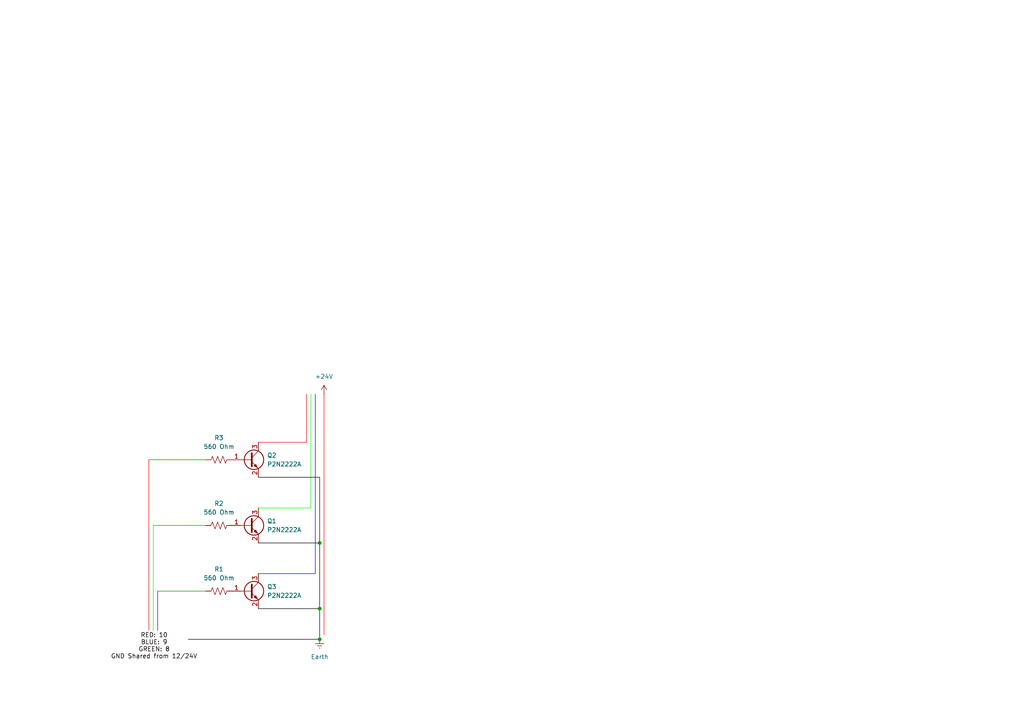
<source format=kicad_sch>
(kicad_sch (version 20250114) (generator "eeschema") (generator_version "9.0")
  (paper "A4")
  (lib_symbols
    (symbol "Device:R_US" (pin_numbers (hide yes)) (pin_names (offset 0))
      (property "Reference" "R" (at 2.54 0 90))
      (property "Value" "R_US" (at -2.54 0 90))
      (symbol "R_US_0_1"
        (polyline (pts (xy 0 2.286) (xy 0 2.54)))
        (polyline (pts (xy 0 2.286) (xy 1.016 1.905) (xy 0 1.524) (xy -1.016 1.143) (xy 0 0.762)))
        (polyline (pts (xy 0 0.762) (xy 1.016 0.381) (xy 0 0) (xy -1.016 -0.381) (xy 0 -0.762)))
        (polyline (pts (xy 0 -0.762) (xy 1.016 -1.143) (xy 0 -1.524) (xy -1.016 -1.905) (xy 0 -2.286)))
        (polyline (pts (xy 0 -2.286) (xy 0 -2.54)))
      )
      (symbol "R_US_1_1"
        (pin passive line (at 0 3.81 270) (length 1.27) (name "~") (number "1"))
        (pin passive line (at 0 -3.81 90) (length 1.27) (name "~") (number "2"))
      )
    )
    (symbol "Transistor_BJT:PMBT2222A" (pin_names (offset 0) (hide yes))
      (property "Reference" "Q" (at 5.08 1.905 0))
      (property "Value" "PMBT2222A" (at 5.08 0 0))
      (symbol "PMBT2222A_0_1"
        (polyline (pts (xy -2.54 0) (xy 0.635 0)))
        (polyline (pts (xy 0.635 1.905) (xy 0.635 -1.905)) (stroke (width 0.508)))
        (circle (center 1.27 0) (radius 2.8194) (stroke (width 0.254)))
      )
      (symbol "PMBT2222A_1_1"
        (polyline (pts (xy 0.635 0.635) (xy 2.54 2.54)))
        (polyline (pts (xy 0.635 -0.635) (xy 2.54 -2.54)))
        (polyline (pts (xy 1.27 -1.778) (xy 1.778 -1.27) (xy 2.286 -2.286) (xy 1.27 -1.778)) (fill (type outline)))
        (pin input line (at -5.08 0 0) (length 2.54) (name "B") (number "1"))
        (pin passive line (at 2.54 5.08 270) (length 2.54) (name "C") (number "3"))
        (pin passive line (at 2.54 -5.08 90) (length 2.54) (name "E") (number "2"))
      )
    )
    (symbol "power:+24V" (power) (pin_numbers (hide yes)) (pin_names (offset 0) (hide yes))
      (property "Value" "+24V" (at 0 3.556 0))
      (symbol "+24V_0_1"
        (polyline (pts (xy -0.762 1.27) (xy 0 2.54)))
        (polyline (pts (xy 0 2.54) (xy 0.762 1.27)))
        (polyline (pts (xy 0 0) (xy 0 2.54)))
      )
      (symbol "+24V_1_1"
        (pin power_in line (at 0 0 90) (length 0) (name "~") (number "1"))
      )
    )
    (symbol "power:Earth" (power) (pin_numbers (hide yes)) (pin_names (offset 0) (hide yes))
      (property "Value" "Earth" (at 0 -3.81 0))
      (symbol "Earth_0_1"
        (polyline (pts (xy -0.635 -1.905) (xy 0.635 -1.905)))
        (polyline (pts (xy -0.127 -2.54) (xy 0.127 -2.54)))
        (polyline (pts (xy 0 -1.27) (xy 0 0)))
        (polyline (pts (xy 1.27 -1.27) (xy -1.27 -1.27)))
      )
      (symbol "Earth_1_1"
        (pin power_in line (at 0 0 270) (length 0) (name "~") (number "1"))
      )
    )
  )
  (text "RED: 10\nBLUE: 9\nGREEN: 8\nGND Shared from 12/24V" (at 44.704 187.452 0) (effects (font (size 1.27 1.27))))
  (junction (at 92.71 185.42))
  (junction (at 92.71 176.53))
  (junction (at 92.71 157.48))
  (wire (pts (xy 54.61 185.42) (xy 92.71 185.42)) (stroke (width 0) (color 1 1 1 1)))
  (wire (pts (xy 43.18 133.35) (xy 59.69 133.35)))
  (wire (pts (xy 92.71 185.42) (xy 92.71 176.53)) (stroke (width 0) (color 1 1 1 1)))
  (wire (pts (xy 92.71 157.48) (xy 74.93 157.48)) (stroke (width 0) (color 1 1 1 1)))
  (wire (pts (xy 91.44 114.3) (xy 91.44 166.37)) (stroke (width 0) (color 0 0 255 1)))
  (wire (pts (xy 44.45 152.4) (xy 44.45 182.88)) (stroke (width 0) (color 0 255 0 1)))
  (wire (pts (xy 92.71 138.43) (xy 74.93 138.43)) (stroke (width 0) (color 1 1 1 1)))
  (wire (pts (xy 93.98 114.3) (xy 93.98 184.15)) (stroke (width 0) (color 255 0 0 1)))
  (wire (pts (xy 92.71 176.53) (xy 92.71 157.48)) (stroke (width 0) (color 1 1 1 1)))
  (wire (pts (xy 90.17 114.3) (xy 90.17 147.32)) (stroke (width 0) (color 0 255 0 1)))
  (wire (pts (xy 88.9 114.3) (xy 88.9 128.27)) (stroke (width 0) (color 255 0 0 1)))
  (wire (pts (xy 74.93 128.27) (xy 88.9 128.27)) (stroke (width 0) (color 255 0 0 1)))
  (wire (pts (xy 43.18 133.35) (xy 43.18 182.88)) (stroke (width 0) (color 255 0 0 1)))
  (wire (pts (xy 92.71 176.53) (xy 74.93 176.53)) (stroke (width 0) (color 1 1 1 1)))
  (wire (pts (xy 92.71 157.48) (xy 92.71 138.43)) (stroke (width 0) (color 1 1 1 1)))
  (wire (pts (xy 45.72 171.45) (xy 45.72 182.88)) (stroke (width 0) (color 0 0 255 1)))
  (wire (pts (xy 45.72 171.45) (xy 59.69 171.45)))
  (wire (pts (xy 74.93 166.37) (xy 91.44 166.37)) (stroke (width 0) (color 0 0 255 1)))
  (wire (pts (xy 74.93 147.32) (xy 90.17 147.32)) (stroke (width 0) (color 0 255 0 1)))
  (wire (pts (xy 44.45 152.4) (xy 59.69 152.4)))
  (symbol (lib_id "power:Earth") (at 92.71 185.42 0) (unit 1)
    (property "Reference" "#PWR02" (effects (hide yes)))
    (property "Value" "Earth" (at 92.71 190.5 0))
    (property "Description" "Power symbol creates a global label with name \"Earth\"" (effects (hide yes)))
  )
  (symbol (lib_id "Device:R_US") (at 63.5 171.45 90) (unit 1)
    (property "Reference" "R1" (at 63.5 165.1 90))
    (property "Value" "560 Ohm" (at 63.5 167.64 90))
    (property "Description" "Resistor, US symbol" (effects (hide yes)))
  )
  (symbol (lib_id "power:+24V") (at 93.98 114.3 0) (unit 1)
    (property "Reference" "#PWR01" (effects (hide yes)))
    (property "Value" "+24V" (at 93.98 109.22 0))
    (property "Description" "Power symbol creates a global label with name \"+24V\"" (effects (hide yes)))
  )
  (symbol (lib_id "Transistor_BJT:PMBT2222A") (at 72.39 171.45 0) (unit 1)
    (property "Reference" "Q3" (at 77.47 170.1799 0) (effects (justify left)))
    (property "Value" "P2N2222A" (at 77.47 172.7199 0) (effects (justify left)))
    (property "Footprint" "Package_TO_SOT_SMD:SOT-23" (effects (hide yes)))
    (property "Datasheet" "https://assets.nexperia.com/documents/data-sheet/PMBT2222A.pdf" (effects (hide yes)))
    (property "Description" "600mA Ic, 40V Vce, NPN Transistor, SOT-23" (effects (hide yes)))
  )
  (symbol (lib_id "Device:R_US") (at 63.5 133.35 90) (unit 1)
    (property "Reference" "R3" (at 63.5 127 90))
    (property "Value" "560 Ohm" (at 63.5 129.54 90))
    (property "Description" "Resistor, US symbol" (effects (hide yes)))
  )
  (symbol (lib_id "Transistor_BJT:PMBT2222A") (at 72.39 133.35 0) (unit 1)
    (property "Reference" "Q2" (at 77.47 132.0799 0) (effects (justify left)))
    (property "Value" "P2N2222A" (at 77.47 134.6199 0) (effects (justify left)))
    (property "Footprint" "Package_TO_SOT_SMD:SOT-23" (effects (hide yes)))
    (property "Datasheet" "https://assets.nexperia.com/documents/data-sheet/PMBT2222A.pdf" (effects (hide yes)))
    (property "Description" "600mA Ic, 40V Vce, NPN Transistor, SOT-23" (effects (hide yes)))
  )
  (symbol (lib_id "Device:R_US") (at 63.5 152.4 90) (unit 1)
    (property "Reference" "R2" (at 63.5 146.05 90))
    (property "Value" "560 Ohm" (at 63.5 148.59 90))
    (property "Description" "Resistor, US symbol" (effects (hide yes)))
  )
  (symbol (lib_id "Transistor_BJT:PMBT2222A") (at 72.39 152.4 0) (unit 1)
    (property "Reference" "Q1" (at 77.47 151.1299 0) (effects (justify left)))
    (property "Value" "P2N2222A" (at 77.47 153.6699 0) (effects (justify left)))
    (property "Footprint" "Package_TO_SOT_SMD:SOT-23" (effects (hide yes)))
    (property "Datasheet" "https://assets.nexperia.com/documents/data-sheet/PMBT2222A.pdf" (effects (hide yes)))
    (property "Description" "600mA Ic, 40V Vce, NPN Transistor, SOT-23" (effects (hide yes)))
  )
)
</source>
